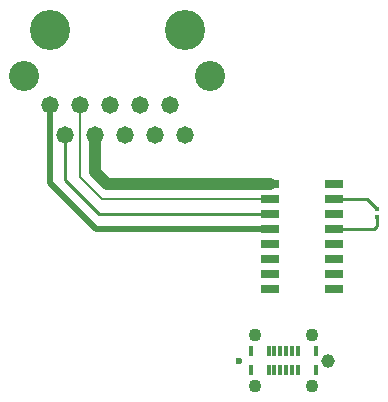
<source format=gbr>
G04 ================== begin FILE IDENTIFICATION RECORD ==================*
G04 Layout Name:  D:/Projects/OwnProjects/PultonPCBTest/allegro/pultonpcbtest.brd*
G04 Film Name:    TOP*
G04 File Format:  Gerber RS274X*
G04 File Origin:  Cadence Allegro 23.1-S005*
G04 Origin Date:  Tue Jul  2 16:59:14 2024*
G04 *
G04 Layer:  ETCH/TOP*
G04 Layer:  PIN/TOP*
G04 Layer:  VIA CLASS/TOP*
G04 *
G04 Offset:    (0.0000 0.0000)*
G04 Mirror:    No*
G04 Mode:      Positive*
G04 Rotation:  0*
G04 FullContactRelief:  No*
G04 UndefLineWidth:     0.0000*
G04 ================== end FILE IDENTIFICATION RECORD ====================*
%FSLAX25Y25*MOMM*%
%IR0*IPPOS*OFA0.00000B0.00000*MIA0B0*SFA1.00000B1.00000*%
%ADD15R,1.525X.65*%
%ADD16C,.5999*%
%ADD13C,1.1001*%
%ADD10C,3.4*%
%ADD18R,.4201X.46*%
%ADD12C,1.478*%
%ADD14R,.3X.8499*%
%ADD17C,1.1699*%
%ADD11C,2.5499*%
%ADD19C,.512*%
%ADD20C,.127*%
%ADD21C,.254*%
%ADD22C,1.*%
G75*
%LPD*%
G75*
G54D10*
X8534400Y26492200D03*
X9677400D03*
G54D20*
G01X8788400Y25857200D02*
Y25247600D01*
X8978900Y25057100D01*
X10396800D01*
G54D11*
X8318400Y26103200D03*
X9893400D03*
G54D21*
G01X8661400Y25603200D02*
Y25222200D01*
X8953500Y24930100D01*
X10396800D01*
G01X10939200Y25057100D02*
X11223690D01*
X11303000Y24977790D01*
Y24975800D01*
G01X10939200Y24803100D02*
X11277590D01*
X11303000Y24828510D01*
Y24909800D01*
G54D12*
X8534400Y25857200D03*
X8661400Y25603200D03*
X8788400Y25857200D03*
X8915400Y25603200D03*
X9042400Y25857200D03*
X9169400Y25603200D03*
X9296400Y25857200D03*
X9423400Y25603200D03*
X9550400Y25857200D03*
X9677400Y25603200D03*
G54D22*
G01X10396800Y25184100D02*
X9015400D01*
X8915400Y25284100D01*
Y25603200D01*
G54D13*
X10271200Y23475900D03*
Y23905900D03*
X10751200Y23475900D03*
Y23905900D03*
G54D14*
X10236200Y23607400D03*
X10386200D03*
X10436200D03*
X10486200D03*
X10536200D03*
X10586200D03*
X10636200D03*
Y23774400D03*
X10586200D03*
X10536200D03*
X10486200D03*
X10436200D03*
X10386200D03*
X10236200D03*
X10786200Y23607400D03*
Y23774400D03*
G54D15*
X10396800Y24295100D03*
Y24422100D03*
Y24549100D03*
Y24676100D03*
Y24803100D03*
Y24930100D03*
Y25057100D03*
Y25184100D03*
X10939200Y24295100D03*
Y25057100D03*
Y24930100D03*
Y24803100D03*
Y24676100D03*
Y24549100D03*
Y24422100D03*
Y25184100D03*
G54D16*
X10136200Y23690900D03*
G54D17*
X10886200D03*
G54D18*
X11303000Y24909800D03*
Y24975800D03*
G54D19*
G01X8534400Y25857200D02*
Y25196800D01*
X8928100Y24803100D01*
X10396800D01*
M02*

</source>
